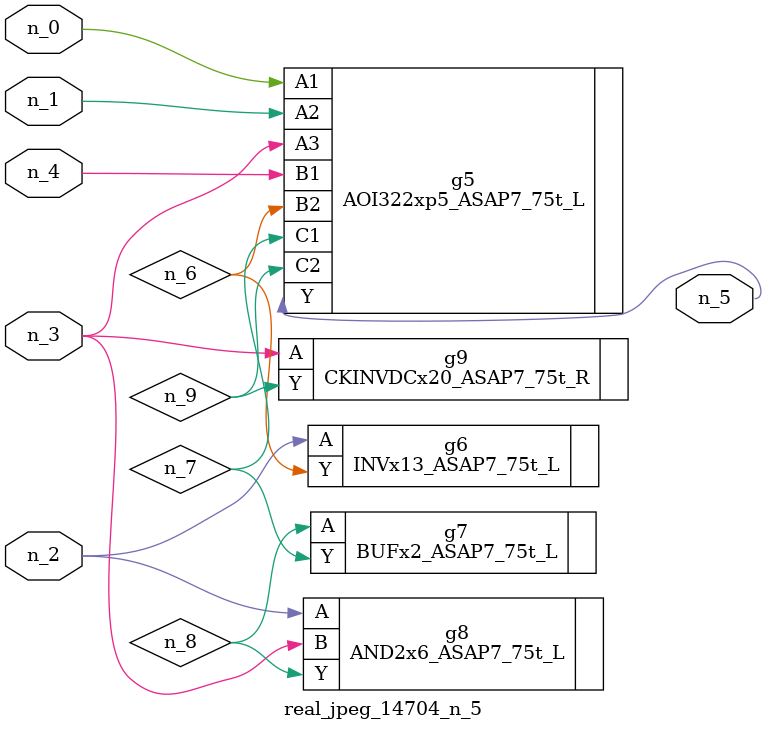
<source format=v>
module real_jpeg_14704_n_5 (n_4, n_0, n_1, n_2, n_3, n_5);

input n_4;
input n_0;
input n_1;
input n_2;
input n_3;

output n_5;

wire n_8;
wire n_6;
wire n_7;
wire n_9;

AOI322xp5_ASAP7_75t_L g5 ( 
.A1(n_0),
.A2(n_1),
.A3(n_3),
.B1(n_4),
.B2(n_6),
.C1(n_7),
.C2(n_9),
.Y(n_5)
);

INVx13_ASAP7_75t_L g6 ( 
.A(n_2),
.Y(n_6)
);

AND2x6_ASAP7_75t_L g8 ( 
.A(n_2),
.B(n_3),
.Y(n_8)
);

CKINVDCx20_ASAP7_75t_R g9 ( 
.A(n_3),
.Y(n_9)
);

BUFx2_ASAP7_75t_L g7 ( 
.A(n_8),
.Y(n_7)
);


endmodule
</source>
